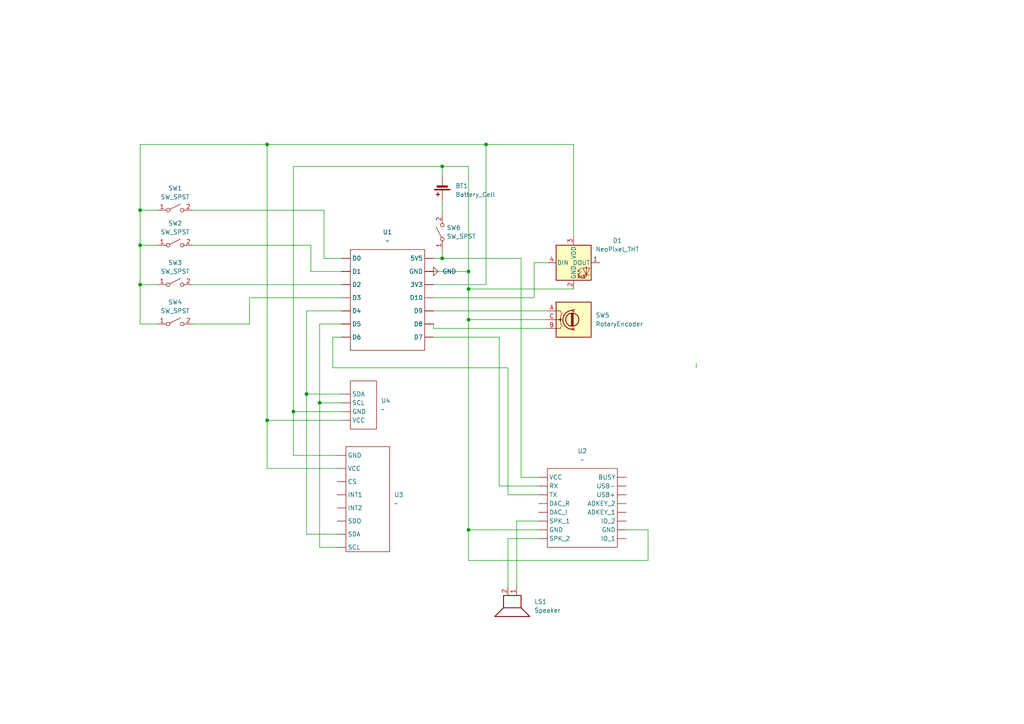
<source format=kicad_sch>
(kicad_sch (version 20250114) (generator "eeschema") (generator_version "9.0")
  (paper "A4")
  (title_block (title "Final_music") (date "2025-12-01") (rev "0"))
  (lib_symbols
    (symbol "Device:Battery_Cell" (pin_numbers (hide yes)) (pin_names (offset 0) (hide yes))
      (property "Reference" "BT" (at 2.54 2.54 0))
      (property "Value" "Battery_Cell" (at 2.54 0 0))
      (symbol "Battery_Cell_0_1"
        (rectangle (start -2.286 1.778) (end 2.286 1.524) (fill (type outline)))
        (rectangle (start -1.524 1.016) (end 1.524 0.508) (fill (type outline)))
        (polyline (pts (xy 0 1.778) (xy 0 2.54)))
        (polyline (pts (xy 0 0.762) (xy 0 0)))
        (polyline (pts (xy 0.762 3.048) (xy 1.778 3.048)) (stroke (width 0.254)))
        (polyline (pts (xy 1.27 3.556) (xy 1.27 2.54)) (stroke (width 0.254)))
      )
      (symbol "Battery_Cell_1_1"
        (pin passive line (at 0 5.08 270) (length 2.54) (name "+") (number "1"))
        (pin passive line (at 0 -2.54 90) (length 2.54) (name "-") (number "2"))
      )
    )
    (symbol "Device:RotaryEncoder" (pin_names (offset 0.254) (hide yes))
      (property "Reference" "SW" (at 0 6.604 0))
      (property "Value" "RotaryEncoder" (at 0 -6.604 0))
      (symbol "RotaryEncoder_0_1"
        (rectangle (start -5.08 5.08) (end 5.08 -5.08) (stroke (width 0.254)) (fill (type background)))
        (polyline (pts (xy -5.08 2.54) (xy -3.81 2.54) (xy -3.81 2.032)))
        (polyline (pts (xy -5.08 0) (xy -3.81 0) (xy -3.81 -1.016) (xy -3.302 -2.032)))
        (polyline (pts (xy -5.08 -2.54) (xy -3.81 -2.54) (xy -3.81 -2.032)))
        (polyline (pts (xy -4.318 0) (xy -3.81 0) (xy -3.81 1.016) (xy -3.302 2.032)))
        (circle (center -3.81 0) (radius 0.254) (fill (type outline)))
        (polyline (pts (xy -0.635 -1.778) (xy -0.635 1.778)) (stroke (width 0.254)))
        (circle (center -0.381 0) (radius 1.905) (stroke (width 0.254)))
        (polyline (pts (xy -0.381 -1.778) (xy -0.381 1.778)) (stroke (width 0.254)))
        (arc (start -0.381 -2.794) (mid -3.0988 -0.0635) (end -0.381 2.667) (stroke (width 0.254)))
        (polyline (pts (xy -0.127 1.778) (xy -0.127 -1.778)) (stroke (width 0.254)))
        (polyline (pts (xy 0.254 2.921) (xy -0.508 2.667) (xy 0.127 2.286)) (stroke (width 0.254)))
        (polyline (pts (xy 0.254 -3.048) (xy -0.508 -2.794) (xy 0.127 -2.413)) (stroke (width 0.254)))
      )
      (symbol "RotaryEncoder_1_1"
        (pin passive line (at -7.62 2.54 0) (length 2.54) (name "A") (number "A"))
        (pin passive line (at -7.62 0 0) (length 2.54) (name "C") (number "C"))
        (pin passive line (at -7.62 -2.54 0) (length 2.54) (name "B") (number "B"))
      )
    )
    (symbol "Device:Speaker" (pin_names (offset 0) (hide yes))
      (property "Reference" "LS" (at 1.27 5.715 0))
      (property "Value" "Speaker" (at 1.27 3.81 0))
      (symbol "Speaker_0_0"
        (rectangle (start -2.54 1.27) (end 1.016 -3.81) (stroke (width 0.254)))
        (polyline (pts (xy 1.016 1.27) (xy 3.556 3.81) (xy 3.556 -6.35) (xy 1.016 -3.81)) (stroke (width 0.254)))
      )
      (symbol "Speaker_1_1"
        (pin input line (at -5.08 0 0) (length 2.54) (name "1") (number "1"))
        (pin input line (at -5.08 -2.54 0) (length 2.54) (name "2") (number "2"))
      )
    )
    (symbol "ESP32C3:ADXL345"
      (property "Reference" "U" (at 0 0 0))
      (symbol "ADXL345_0_1"
        (rectangle (start 0 30.48) (end 12.7 0))
      )
      (symbol "ADXL345_1_1"
        (pin input line (at -2.54 27.94 0) (length 2.54) (name "GND") (number ""))
        (pin input line (at -2.54 24.13 0) (length 2.54) (name "VCC") (number ""))
        (pin input line (at -2.54 20.32 0) (length 2.54) (name "CS") (number ""))
        (pin input line (at -2.54 16.51 0) (length 2.54) (name "INT1") (number ""))
        (pin input line (at -2.54 12.7 0) (length 2.54) (name "INT2") (number ""))
        (pin input line (at -2.54 8.89 0) (length 2.54) (name "SDO") (number ""))
        (pin input line (at -2.54 5.08 0) (length 2.54) (name "SDA") (number ""))
        (pin input line (at -2.54 1.27 0) (length 2.54) (name "SCL") (number ""))
      )
    )
    (symbol "ESP32C3:DFPlayer"
      (property "Reference" "U" (at 0 0 0))
      (symbol "DFPlayer_0_1"
        (rectangle (start 0 21.59) (end 20.32 -1.27))
      )
      (symbol "DFPlayer_1_1"
        (pin input line (at -2.54 19.05 0) (length 2.54) (name "VCC") (number ""))
        (pin input line (at -2.54 16.51 0) (length 2.54) (name "RX") (number ""))
        (pin input line (at -2.54 13.97 0) (length 2.54) (name "TX") (number ""))
        (pin input line (at -2.54 11.43 0) (length 2.54) (name "DAC_R") (number ""))
        (pin input line (at -2.54 8.89 0) (length 2.54) (name "DAC_I") (number ""))
        (pin input line (at -2.54 6.35 0) (length 2.54) (name "SPK_1") (number ""))
        (pin input line (at -2.54 3.81 0) (length 2.54) (name "GND") (number ""))
        (pin input line (at -2.54 1.27 0) (length 2.54) (name "SPK_2") (number ""))
        (pin input line (at 22.86 19.05 180) (length 2.54) (name "BUSY") (number ""))
        (pin input line (at 22.86 16.51 180) (length 2.54) (name "USB-") (number ""))
        (pin input line (at 22.86 13.97 180) (length 2.54) (name "USB+") (number ""))
        (pin input line (at 22.86 11.43 180) (length 2.54) (name "ADKEY_2") (number ""))
        (pin input line (at 22.86 8.89 180) (length 2.54) (name "ADKEY_1") (number ""))
        (pin input line (at 22.86 6.35 180) (length 2.54) (name "IO_2") (number ""))
        (pin input line (at 22.86 3.81 180) (length 2.54) (name "GND") (number ""))
        (pin input line (at 22.86 1.27 180) (length 2.54) (name "IO_1") (number ""))
      )
    )
    (symbol "ESP32C3:ESP32C3"
      (property "Reference" "U" (at 0 0 0))
      (symbol "ESP32C3_0_1"
        (rectangle (start 0 29.21) (end 21.59 0))
      )
      (symbol "ESP32C3_1_1"
        (pin input line (at -2.54 26.67 0) (length 2.54) (name "D0") (number ""))
        (pin input line (at -2.54 22.86 0) (length 2.54) (name "D1") (number ""))
        (pin input line (at -2.54 19.05 0) (length 2.54) (name "D2") (number ""))
        (pin input line (at -2.54 15.24 0) (length 2.54) (name "D3") (number ""))
        (pin input line (at -2.54 11.43 0) (length 2.54) (name "D4") (number ""))
        (pin input line (at -2.54 7.62 0) (length 2.54) (name "D5") (number ""))
        (pin input line (at -2.54 3.81 0) (length 2.54) (name "D6") (number ""))
        (pin input line (at 24.13 26.67 180) (length 2.54) (name "5V5") (number ""))
        (pin input line (at 24.13 22.86 180) (length 2.54) (name "GND") (number ""))
        (pin input line (at 24.13 19.05 180) (length 2.54) (name "3V3") (number ""))
        (pin input line (at 24.13 15.24 180) (length 2.54) (name "D10") (number ""))
        (pin input line (at 24.13 11.43 180) (length 2.54) (name "D9") (number ""))
        (pin input line (at 24.13 7.62 180) (length 2.54) (name "D8") (number ""))
        (pin input line (at 24.13 3.81 180) (length 2.54) (name "D7") (number ""))
      )
    )
    (symbol "ESP32C3:OLED_SCREEN"
      (property "Reference" "U" (at 0 0 0))
      (symbol "OLED_SCREEN_0_1"
        (rectangle (start 0 7.62) (end 13.97 0))
      )
      (symbol "OLED_SCREEN_1_1"
        (pin input line (at 2.54 10.16 270) (length 2.54) (name "VCC") (number ""))
        (pin input line (at 5.08 10.16 270) (length 2.54) (name "GND") (number ""))
        (pin input line (at 7.62 10.16 270) (length 2.54) (name "SCL") (number ""))
        (pin input line (at 10.16 10.16 270) (length 2.54) (name "SDA") (number ""))
      )
    )
    (symbol "LED:NeoPixel_THT" (pin_names (offset 0.254))
      (property "Reference" "D" (at 5.08 5.715 0))
      (property "Value" "NeoPixel_THT" (at 1.27 -5.715 0))
      (symbol "NeoPixel_THT_0_0"
        (text "RGB" (at 2.286 -4.191 0) (effects (font (size 0.762 0.762))))
      )
      (symbol "NeoPixel_THT_0_1"
        (polyline (pts (xy 1.27 -2.54) (xy 1.778 -2.54)))
        (polyline (pts (xy 1.27 -3.556) (xy 1.778 -3.556)))
        (polyline (pts (xy 2.286 -1.524) (xy 1.27 -2.54) (xy 1.27 -2.032)))
        (polyline (pts (xy 2.286 -2.54) (xy 1.27 -3.556) (xy 1.27 -3.048)))
        (polyline (pts (xy 3.683 -1.016) (xy 3.683 -3.556) (xy 3.683 -4.064)))
        (polyline (pts (xy 4.699 -1.524) (xy 2.667 -1.524) (xy 3.683 -3.556) (xy 4.699 -1.524)))
        (polyline (pts (xy 4.699 -3.556) (xy 2.667 -3.556)))
        (rectangle (start 5.08 5.08) (end -5.08 -5.08) (stroke (width 0.254)) (fill (type background)))
      )
      (symbol "NeoPixel_THT_1_1"
        (pin input line (at -7.62 0 0) (length 2.54) (name "DIN") (number "4"))
        (pin power_in line (at 0 7.62 270) (length 2.54) (name "VDD") (number "3"))
        (pin power_in line (at 0 -7.62 90) (length 2.54) (name "GND") (number "2"))
        (pin output line (at 7.62 0 180) (length 2.54) (name "DOUT") (number "1"))
      )
    )
    (symbol "Switch:SW_SPST" (pin_names (offset 0) (hide yes))
      (property "Reference" "SW" (at 0 3.175 0))
      (property "Value" "SW_SPST" (at 0 -2.54 0))
      (symbol "SW_SPST_0_0"
        (circle (center -2.032 0) (radius 0.508))
        (polyline (pts (xy -1.524 0.254) (xy 1.524 1.778)))
        (circle (center 2.032 0) (radius 0.508))
      )
      (symbol "SW_SPST_1_1"
        (pin passive line (at -5.08 0 0) (length 2.54) (name "A") (number "1"))
        (pin passive line (at 5.08 0 180) (length 2.54) (name "B") (number "2"))
      )
    )
    (symbol "power:GND" (power) (pin_numbers (hide yes)) (pin_names (offset 0) (hide yes))
      (property "Value" "GND" (at 0 -3.81 0))
      (symbol "GND_0_1"
        (polyline (pts (xy 0 0) (xy 0 -1.27) (xy 1.27 -1.27) (xy 0 -2.54) (xy -1.27 -1.27) (xy 0 -1.27)))
      )
      (symbol "GND_1_1"
        (pin power_in line (at 0 0 270) (length 0) (name "~") (number "1"))
      )
    )
  )
  (junction (at 135.89 92.71))
  (junction (at 135.89 78.74))
  (junction (at 92.71 116.84))
  (junction (at 40.64 60.96))
  (junction (at 135.89 83.82))
  (junction (at 40.64 82.55))
  (junction (at 77.47 41.91))
  (junction (at 128.27 74.93))
  (junction (at 135.89 153.67))
  (junction (at 77.47 121.92))
  (junction (at 88.9 114.3))
  (junction (at 85.09 119.38))
  (junction (at 140.97 41.91))
  (junction (at 40.64 71.12))
  (junction (at 128.27 48.26))
  (wire (pts (xy 135.89 83.82) (xy 135.89 92.71)))
  (wire (pts (xy 125.73 97.79) (xy 144.78 97.79)))
  (wire (pts (xy 92.71 116.84) (xy 99.06 116.84)))
  (wire (pts (xy 125.73 95.25) (xy 125.73 93.98)))
  (wire (pts (xy 88.9 90.17) (xy 88.9 114.3)))
  (wire (pts (xy 40.64 71.12) (xy 45.72 71.12)))
  (wire (pts (xy 97.79 135.89) (xy 77.47 135.89)))
  (wire (pts (xy 88.9 114.3) (xy 99.06 114.3)))
  (wire (pts (xy 147.32 106.68) (xy 96.52 106.68)))
  (wire (pts (xy 135.89 48.26) (xy 128.27 48.26)))
  (wire (pts (xy 88.9 154.94) (xy 97.79 154.94)))
  (wire (pts (xy 55.88 71.12) (xy 90.17 71.12)))
  (wire (pts (xy 45.72 60.96) (xy 40.64 60.96)))
  (wire (pts (xy 40.64 82.55) (xy 40.64 93.98)))
  (wire (pts (xy 77.47 121.92) (xy 99.06 121.92)))
  (wire (pts (xy 85.09 132.08) (xy 97.79 132.08)))
  (wire (pts (xy 85.09 119.38) (xy 85.09 132.08)))
  (wire (pts (xy 149.86 151.13) (xy 156.21 151.13)))
  (wire (pts (xy 140.97 41.91) (xy 166.37 41.91)))
  (wire (pts (xy 96.52 97.79) (xy 99.06 97.79)))
  (wire (pts (xy 92.71 93.98) (xy 92.71 116.84)))
  (wire (pts (xy 135.89 92.71) (xy 135.89 153.67)))
  (wire (pts (xy 144.78 140.97) (xy 156.21 140.97)))
  (wire (pts (xy 144.78 140.97) (xy 144.78 97.79)))
  (wire (pts (xy 135.89 162.56) (xy 187.96 162.56)))
  (wire (pts (xy 72.39 93.98) (xy 72.39 86.36)))
  (wire (pts (xy 93.98 60.96) (xy 93.98 74.93)))
  (wire (pts (xy 77.47 135.89) (xy 77.47 121.92)))
  (wire (pts (xy 99.06 90.17) (xy 88.9 90.17)))
  (wire (pts (xy 40.64 60.96) (xy 40.64 41.91)))
  (wire (pts (xy 181.61 153.67) (xy 187.96 153.67)))
  (wire (pts (xy 187.96 162.56) (xy 187.96 153.67)))
  (wire (pts (xy 125.73 90.17) (xy 158.75 90.17)))
  (wire (pts (xy 135.89 153.67) (xy 135.89 162.56)))
  (wire (pts (xy 125.73 74.93) (xy 128.27 74.93)))
  (wire (pts (xy 151.13 138.43) (xy 151.13 74.93)))
  (wire (pts (xy 40.64 60.96) (xy 40.64 71.12)))
  (wire (pts (xy 135.89 78.74) (xy 135.89 48.26)))
  (wire (pts (xy 85.09 48.26) (xy 85.09 119.38)))
  (wire (pts (xy 40.64 71.12) (xy 40.64 82.55)))
  (wire (pts (xy 135.89 83.82) (xy 166.37 83.82)))
  (wire (pts (xy 99.06 93.98) (xy 92.71 93.98)))
  (wire (pts (xy 40.64 82.55) (xy 45.72 82.55)))
  (wire (pts (xy 149.86 170.18) (xy 149.86 151.13)))
  (wire (pts (xy 55.88 93.98) (xy 72.39 93.98)))
  (wire (pts (xy 135.89 153.67) (xy 156.21 153.67)))
  (wire (pts (xy 90.17 71.12) (xy 90.17 78.74)))
  (wire (pts (xy 128.27 74.93) (xy 151.13 74.93)))
  (wire (pts (xy 40.64 93.98) (xy 45.72 93.98)))
  (wire (pts (xy 147.32 156.21) (xy 147.32 170.18)))
  (wire (pts (xy 140.97 41.91) (xy 140.97 82.55)))
  (wire (pts (xy 128.27 48.26) (xy 85.09 48.26)))
  (wire (pts (xy 135.89 78.74) (xy 135.89 83.82)))
  (wire (pts (xy 128.27 58.42) (xy 128.27 62.23)))
  (wire (pts (xy 158.75 95.25) (xy 125.73 95.25)))
  (wire (pts (xy 93.98 74.93) (xy 99.06 74.93)))
  (wire (pts (xy 166.37 68.58) (xy 166.37 41.91)))
  (wire (pts (xy 128.27 72.39) (xy 128.27 74.93)))
  (wire (pts (xy 96.52 106.68) (xy 96.52 97.79)))
  (wire (pts (xy 135.89 92.71) (xy 158.75 92.71)))
  (wire (pts (xy 85.09 119.38) (xy 99.06 119.38)))
  (wire (pts (xy 40.64 41.91) (xy 77.47 41.91)))
  (wire (pts (xy 92.71 158.75) (xy 97.79 158.75)))
  (wire (pts (xy 77.47 41.91) (xy 140.97 41.91)))
  (wire (pts (xy 55.88 82.55) (xy 99.06 82.55)))
  (wire (pts (xy 156.21 156.21) (xy 147.32 156.21)))
  (wire (pts (xy 154.94 76.2) (xy 154.94 86.36)))
  (wire (pts (xy 77.47 121.92) (xy 77.47 41.91)))
  (wire (pts (xy 158.75 76.2) (xy 154.94 76.2)))
  (wire (pts (xy 151.13 138.43) (xy 156.21 138.43)))
  (wire (pts (xy 72.39 86.36) (xy 99.06 86.36)))
  (wire (pts (xy 201.93 105.41) (xy 201.93 106.68)))
  (wire (pts (xy 156.21 143.51) (xy 147.32 143.51)))
  (wire (pts (xy 55.88 60.96) (xy 93.98 60.96)))
  (wire (pts (xy 128.27 48.26) (xy 128.27 50.8)))
  (wire (pts (xy 88.9 114.3) (xy 88.9 154.94)))
  (wire (pts (xy 147.32 143.51) (xy 147.32 106.68)))
  (wire (pts (xy 92.71 116.84) (xy 92.71 158.75)))
  (wire (pts (xy 125.73 78.74) (xy 135.89 78.74)))
  (wire (pts (xy 125.73 82.55) (xy 140.97 82.55)))
  (wire (pts (xy 125.73 86.36) (xy 154.94 86.36)))
  (wire (pts (xy 90.17 78.74) (xy 99.06 78.74)))
  (symbol (lib_id "Switch:SW_SPST") (at 50.8 93.98 0) (unit 1)
    (property "Reference" "SW4" (at 50.8 87.63 0))
    (property "Value" "SW_SPST" (at 50.8 90.17 0))
    (property "Description" "Single Pole Single Throw (SPST) switch" (effects (hide yes)))
  )
  (symbol (lib_id "power:GND") (at 124.46 78.74 90) (unit 1)
    (property "Reference" "#PWR01" (effects (hide yes)))
    (property "Value" "GND" (at 128.27 78.7399 90) (effects (justify right)))
    (property "Description" "Power symbol creates a global label with name \"GND\" , ground" (effects (hide yes)))
  )
  (symbol (lib_id "Switch:SW_SPST") (at 50.8 60.96 0) (unit 1)
    (property "Reference" "SW1" (at 50.8 54.61 0))
    (property "Value" "SW_SPST" (at 50.8 57.15 0))
    (property "Description" "Single Pole Single Throw (SPST) switch" (effects (hide yes)))
  )
  (symbol (lib_id "Device:RotaryEncoder") (at 166.37 92.71 0) (unit 1)
    (property "Reference" "SW5" (at 172.72 91.4399 0) (effects (justify left)))
    (property "Value" "RotaryEncoder" (at 172.72 93.9799 0) (effects (justify left)))
    (property "Description" "Rotary encoder, dual channel, incremental quadrate outputs" (effects (hide yes)))
  )
  (symbol (lib_id "Device:Speaker") (at 149.86 175.26 270) (unit 1)
    (property "Reference" "LS1" (at 154.94 174.4979 90) (effects (justify left)))
    (property "Value" "Speaker" (at 154.94 177.0379 90) (effects (justify left)))
    (property "Description" "Speaker" (effects (hide yes)))
  )
  (symbol (lib_id "ESP32C3:ADXL345") (at 100.33 160.02 0) (unit 1)
    (property "Reference" "U3" (at 114.3 143.5099 0) (effects (justify left)))
    (property "Value" "~" (at 114.3 146.0499 0) (effects (justify left)))
  )
  (symbol (lib_id "ESP32C3:DFPlayer") (at 158.75 157.48 0) (unit 1)
    (property "Reference" "U2" (at 168.91 130.81 0))
    (property "Value" "~" (at 168.91 133.35 0))
  )
  (symbol (lib_id "Switch:SW_SPST") (at 128.27 67.31 90) (unit 1)
    (property "Reference" "SW6" (at 129.54 66.0399 90) (effects (justify right)))
    (property "Value" "SW_SPST" (at 129.54 68.5799 90) (effects (justify right)))
    (property "Description" "Single Pole Single Throw (SPST) switch" (effects (hide yes)))
  )
  (symbol (lib_id "Device:Battery_Cell") (at 128.27 53.34 180) (unit 1)
    (property "Reference" "BT1" (at 132.08 53.9114 0) (effects (justify right)))
    (property "Value" "Battery_Cell" (at 132.08 56.4514 0) (effects (justify right)))
    (property "Description" "Single-cell battery" (effects (hide yes)))
  )
  (symbol (lib_id "Switch:SW_SPST") (at 50.8 82.55 0) (unit 1)
    (property "Reference" "SW3" (at 50.8 76.2 0))
    (property "Value" "SW_SPST" (at 50.8 78.74 0))
    (property "Description" "Single Pole Single Throw (SPST) switch" (effects (hide yes)))
  )
  (symbol (lib_id "LED:NeoPixel_THT") (at 166.37 76.2 0) (unit 1)
    (property "Reference" "D1" (at 179.07 69.7798 0))
    (property "Value" "NeoPixel_THT" (at 179.07 72.3198 0))
    (property "Datasheet" "https://www.adafruit.com/product/1938" (effects (hide yes)))
    (property "Description" "RGB LED with integrated controller, 5mm/8mm LED package" (effects (hide yes)))
  )
  (symbol (lib_id "ESP32C3:OLED_SCREEN") (at 109.22 124.46 90) (unit 1)
    (property "Reference" "U4" (at 110.49 116.2049 90) (effects (justify right)))
    (property "Value" "~" (at 110.49 118.7449 90) (effects (justify right)))
  )
  (symbol (lib_id "ESP32C3:ESP32C3") (at 101.6 101.6 0) (unit 1)
    (property "Reference" "U1" (at 112.395 67.31 0))
    (property "Value" "~" (at 112.395 69.85 0))
  )
  (symbol (lib_id "Switch:SW_SPST") (at 50.8 71.12 0) (unit 1)
    (property "Reference" "SW2" (at 50.8 64.77 0))
    (property "Value" "SW_SPST" (at 50.8 67.31 0))
    (property "Description" "Single Pole Single Throw (SPST) switch" (effects (hide yes)))
  )
)
</source>
